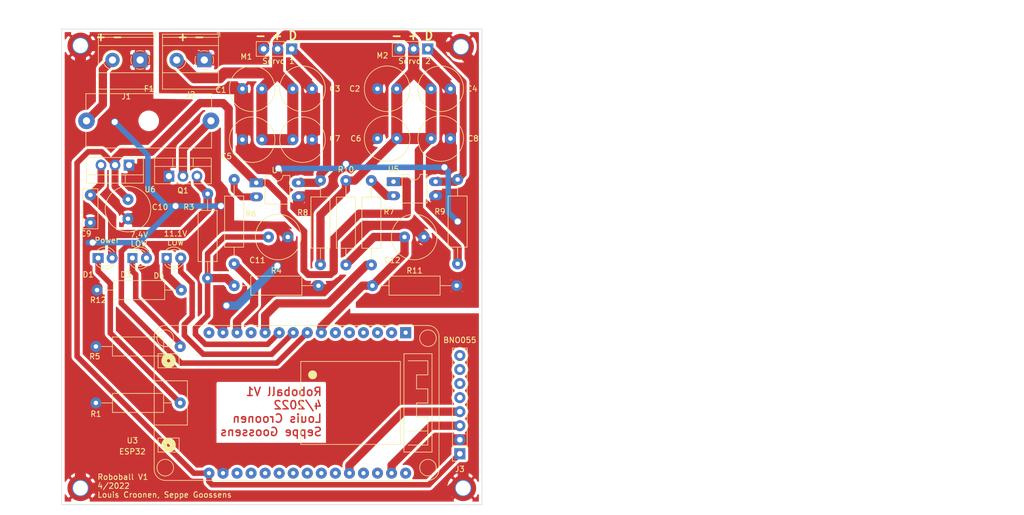
<source format=kicad_pcb>
(kicad_pcb (version 20211014) (generator pcbnew)
  (layers (0 "F.Cu" signal) (31 "B.Cu" signal) (34 "B.Paste" user) (35 "F.Paste" user) (36 "B.SilkS" user "B.Silkscreen") (37 "F.SilkS" user "F.Silkscreen") (38 "B.Mask" user) (39 "F.Mask" user) (44 "Edge.Cuts" user))
  (net 0 "")
  (net 1 "GND2")
  (net 2 "/6V")
  (net 3 "GND")
  (net 4 "+7.5V")
  (net 5 "+3V3")
  (net 6 "/BATLVL_7.4")
  (net 7 "/BATLVL_11.1")
  (net 8 "Net-(D1-Pad1)")
  (net 9 "/LVL_LED_7.4")
  (net 10 "Net-(D3-Pad1)")
  (net 11 "/LVL_LED_11.1")
  (net 12 "Net-(D4-Pad1)")
  (net 13 "Net-(F1-Pad2)")
  (net 14 "Net-(F1-Pad1)")
  (net 15 "/RESET")
  (net 16 "/BOOT")
  (net 17 "/INT")
  (net 18 "/ADD")
  (net 19 "/SDA")
  (net 20 "/SCL")
  (net 21 "/Servo1_DPIN")
  (net 22 "/Servo2_DPIN")
  (net 23 "/Servo1")
  (net 24 "Net-(R6-Pad1)")
  (net 25 "/Servo2")
  (net 26 "Net-(R7-Pad1)")
  (net 27 "Net-(U3-Pad28)")
  (net 28 "Net-(U3-Pad27)")
  (net 29 "Net-(U3-Pad25)")
  (net 30 "Net-(U3-Pad24)")
  (net 31 "Net-(U3-Pad23)")
  (net 32 "Net-(U3-Pad22)")
  (net 33 "Net-(U3-Pad21)")
  (net 34 "Net-(U3-Pad20)")
  (net 35 "Net-(U3-Pad19)")
  (net 36 "Net-(U3-Pad18)")
  (net 37 "Net-(U3-Pad15)")
  (net 38 "Net-(U3-Pad12)")
  (net 39 "Net-(U3-Pad6)")
  (net 40 "Net-(U3-Pad5)")
  (net 41 "Net-(U3-Pad4)")
  (net 42 "Net-(U3-Pad3)")
  (net 43 "Net-(U3-Pad2)")
  (net 44 "Net-(U3-Pad1)")
  (footprint "Capacitor_THT:C_Radial_D8.0mm_H11.5mm_P3.50mm" (layer "F.Cu") (at 141.8 50.4 180)
    (fp_text reference "C1" (at 7.4 -0.2) (layer "F.SilkS"))
    (fp_text value "220uF")
    (pad "1" thru_hole circle locked (at 0 0 180) (size 2 2) (drill 0.8) (layers *.Cu *.Mask) (net 2 "/6V"))
    (pad "2" thru_hole circle locked (at 3.5 0 180) (size 2 2) (drill 0.8) (layers *.Cu *.Mask) (net 1 "GND2"))
  )
  (footprint "Capacitor_THT:C_Radial_D8.0mm_H11.5mm_P3.50mm" (layer "F.Cu") (at 166.2 50.4 180)
    (fp_text reference "C2" (at 7.6 0) (layer "F.SilkS"))
    (fp_text value "220uF")
    (pad "1" thru_hole circle locked (at 0 0 180) (size 2 2) (drill 0.8) (layers *.Cu *.Mask) (net 2 "/6V"))
    (pad "2" thru_hole circle locked (at 3.5 0 180) (size 2 2) (drill 0.8) (layers *.Cu *.Mask) (net 1 "GND2"))
  )
  (footprint "Capacitor_THT:C_Radial_D8.0mm_H11.5mm_P3.50mm" (layer "F.Cu") (at 147.4 50.4)
    (fp_text reference "C3" (at 7.6 0) (layer "F.SilkS"))
    (fp_text value "220uF")
    (pad "1" thru_hole circle locked (at 0 0) (size 2 2) (drill 0.8) (layers *.Cu *.Mask) (net 2 "/6V"))
    (pad "2" thru_hole circle locked (at 3.5 0) (size 2 2) (drill 0.8) (layers *.Cu *.Mask) (net 1 "GND2"))
  )
  (footprint "Capacitor_THT:C_Radial_D8.0mm_H11.5mm_P3.50mm" (layer "F.Cu") (at 172.4 50.4)
    (fp_text reference "C4" (at 7.4 0) (layer "F.SilkS"))
    (fp_text value "220uF")
    (pad "1" thru_hole circle locked (at 0 0) (size 2 2) (drill 0.8) (layers *.Cu *.Mask) (net 2 "/6V"))
    (pad "2" thru_hole circle locked (at 3.5 0) (size 2 2) (drill 0.8) (layers *.Cu *.Mask) (net 1 "GND2"))
  )
  (footprint "Capacitor_THT:C_Radial_D8.0mm_H11.5mm_P3.50mm" (layer "F.Cu") (at 141.8 59.6 180)
    (fp_text reference "C5" (at 6.4 -3) (layer "F.SilkS"))
    (fp_text value "220uF")
    (pad "1" thru_hole circle locked (at 0 0 180) (size 2 2) (drill 0.8) (layers *.Cu *.Mask) (net 2 "/6V"))
    (pad "2" thru_hole circle locked (at 3.5 0 180) (size 2 2) (drill 0.8) (layers *.Cu *.Mask) (net 1 "GND2"))
  )
  (footprint "Capacitor_THT:C_Radial_D8.0mm_H11.5mm_P3.50mm" (layer "F.Cu") (at 166.2 59.4 180)
    (fp_text reference "C6" (at 7.4 0) (layer "F.SilkS"))
    (fp_text value "220uF")
    (pad "1" thru_hole circle locked (at 0 0 180) (size 2 2) (drill 0.8) (layers *.Cu *.Mask) (net 2 "/6V"))
    (pad "2" thru_hole circle locked (at 3.5 0 180) (size 2 2) (drill 0.8) (layers *.Cu *.Mask) (net 1 "GND2"))
  )
  (footprint "Capacitor_THT:C_Radial_D8.0mm_H11.5mm_P3.50mm" (layer "F.Cu") (at 147.4 59.6)
    (fp_text reference "C7" (at 7.6 -0.2) (layer "F.SilkS"))
    (fp_text value "220uF")
    (pad "1" thru_hole circle locked (at 0 0) (size 2 2) (drill 0.8) (layers *.Cu *.Mask) (net 2 "/6V"))
    (pad "2" thru_hole circle locked (at 3.5 0) (size 2 2) (drill 0.8) (layers *.Cu *.Mask) (net 1 "GND2"))
  )
  (footprint "Capacitor_THT:C_Radial_D8.0mm_H11.5mm_P3.50mm" (layer "F.Cu") (at 172.4 59.4)
    (fp_text reference "C8" (at 7.6 0) (layer "F.SilkS"))
    (fp_text value "220uF")
    (pad "1" thru_hole circle locked (at 0 0) (size 2 2) (drill 0.8) (layers *.Cu *.Mask) (net 2 "/6V"))
    (pad "2" thru_hole circle locked (at 3.5 0) (size 2 2) (drill 0.8) (layers *.Cu *.Mask) (net 1 "GND2"))
  )
  (footprint "Capacitor_THT:C_Disc_D7.0mm_W2.5mm_P5.00mm" (layer "F.Cu") (at 110.8 69.6 -90)
    (fp_text reference "C9" (at 7 0.8 180) (layer "F.SilkS"))
    (fp_text value "100nF")
    (pad "1" thru_hole circle locked (at 0 0 270) (size 2 2) (drill 0.8) (layers *.Cu *.Mask) (net 4 "+7.5V"))
    (pad "2" thru_hole circle locked (at 5 0 270) (size 2 2) (drill 0.8) (layers *.Cu *.Mask) (net 3 "GND"))
  )
  (footprint "Capacitor_THT:C_Radial_D8.0mm_H11.5mm_P3.50mm" (layer "F.Cu") (at 117.6 70.4 -90)
    (fp_text reference "C10" (at 1.4 -5.8 180) (layer "F.SilkS"))
    (fp_text value "10uF")
    (pad "1" thru_hole circle locked (at 0 0 270) (size 2 2) (drill 0.8) (layers *.Cu *.Mask) (net 5 "+3V3"))
    (pad "2" thru_hole circle locked (at 3.5 0 270) (size 2 2) (drill 0.8) (layers *.Cu *.Mask) (net 3 "GND"))
  )
  (footprint "Capacitor_THT:C_Radial_D8.0mm_H11.5mm_P3.50mm" (layer "F.Cu") (at 143 77.2)
    (fp_text reference "C11" (at -2 4.2) (layer "F.SilkS"))
    (fp_text value "100nF")
    (pad "1" thru_hole circle locked (at 0 0) (size 2 2) (drill 0.8) (layers *.Cu *.Mask) (net 6 "/BATLVL_7.4"))
    (pad "2" thru_hole circle locked (at 3.5 0) (size 2 2) (drill 0.8) (layers *.Cu *.Mask) (net 3 "GND"))
  )
  (footprint "Capacitor_THT:C_Radial_D8.0mm_H11.5mm_P3.50mm" (layer "F.Cu") (at 167.6 77.2)
    (fp_text reference "C12" (at -2.2 4.2) (layer "F.SilkS"))
    (fp_text value "100nF")
    (pad "1" thru_hole circle locked (at 0 0) (size 2 2) (drill 0.8) (layers *.Cu *.Mask) (net 7 "/BATLVL_11.1"))
    (pad "2" thru_hole circle locked (at 3.5 0) (size 2 2) (drill 0.8) (layers *.Cu *.Mask) (net 1 "GND2"))
  )
  (footprint "LED_THT:LED_D3.0mm_Clear" (layer "F.Cu") (at 112.2 81)
    (fp_text reference "D1" (at -1.8 3) (layer "F.SilkS"))
    (fp_text value "LED")
    (pad "1" thru_hole rect locked (at 0 0) (size 2 1.8) (drill 0.9) (layers *.Cu *.Mask) (net 8 "Net-(D1-Pad1)"))
    (pad "2" thru_hole circle locked (at 2.54 0) (size 2 2) (drill 0.9) (layers *.Cu *.Mask) (net 4 "+7.5V"))
  )
  (footprint "LED_THT:LED_D3.0mm_Clear" (layer "F.Cu") (at 118.4 81)
    (fp_text reference "D3" (at -1.2 3) (layer "F.SilkS"))
    (fp_text value "LED")
    (pad "1" thru_hole rect locked (at 0 0) (size 1.8 1.8) (drill 0.9) (layers *.Cu *.Mask) (net 10 "Net-(D3-Pad1)"))
    (pad "2" thru_hole circle locked (at 2.54 0) (size 2 2) (drill 0.9) (layers *.Cu *.Mask) (net 9 "/LVL_LED_7.4"))
  )
  (footprint "LED_THT:LED_D3.0mm_Clear" (layer "F.Cu") (at 124.6 81)
    (fp_text reference "D4" (at -1.4 3.2) (layer "F.SilkS"))
    (fp_text value "LED")
    (pad "1" thru_hole rect locked (at 0 0) (size 1.8 1.8) (drill 0.9) (layers *.Cu *.Mask) (net 12 "Net-(D4-Pad1)"))
    (pad "2" thru_hole circle locked (at 2.54 0) (size 2 2) (drill 0.9) (layers *.Cu *.Mask) (net 11 "/LVL_LED_11.1"))
  )
  (footprint "Fuse:Fuseholder_Cylinder-5x20mm_Schurter_0031_8201_Horizontal_Open" (layer "F.Cu") (at 132.6 56.2 180)
    (fp_text reference "F1" hide)
    (fp_text value "Fuse")
    (fp_text user "${REFERENCE}" (at 11.2 5.8) (layer "F.SilkS"))
    (pad "" np_thru_hole circle locked (at 11.25 0 180) (size 2.7 2.7) (drill 2.7) (layers *.Cu *.Mask))
    (pad "1" thru_hole circle locked (at 0 0 180) (size 3 3) (drill 1.3) (layers *.Cu *.Mask) (net 14 "Net-(F1-Pad1)"))
    (pad "2" thru_hole circle locked (at 22.5 0 180) (size 3 3) (drill 1.3) (layers *.Cu *.Mask) (net 13 "Net-(F1-Pad2)"))
  )
  (footprint "Connector_PinHeader_2.54mm:PinHeader_1x03_P2.54mm_Vertical" (layer "F.Cu") (at 147.2 43.2 -90)
    (fp_text reference "M1" (at 1.4 8.2 180) (layer "F.SilkS"))
    (fp_text value "Servo 1" (at 2.2 2.4 180) (layer "F.SilkS"))
    (pad "1" thru_hole rect locked (at 0 0 270) (size 2 2) (drill 1) (layers *.Cu *.Mask) (net 21 "/Servo1_DPIN"))
    (pad "2" thru_hole oval locked (at 0 2.54 270) (size 2 2) (drill 1) (layers *.Cu *.Mask) (net 2 "/6V"))
    (pad "3" thru_hole oval locked (at 0 5.08 270) (size 2 2) (drill 1) (layers *.Cu *.Mask) (net 1 "GND2"))
  )
  (footprint "Connector_PinHeader_2.54mm:PinHeader_1x03_P2.54mm_Vertical" (layer "F.Cu") (at 171.8 43.2 -90)
    (fp_text reference "M2" (at 1.2 8.2 180) (layer "F.SilkS"))
    (fp_text value "Servo 2" (at 2.2 2.4 180) (layer "F.SilkS"))
    (pad "1" thru_hole rect locked (at 0 0 270) (size 2 2) (drill 1) (layers *.Cu *.Mask) (net 22 "/Servo2_DPIN"))
    (pad "2" thru_hole oval locked (at 0 2.54 270) (size 2 2) (drill 1) (layers *.Cu *.Mask) (net 2 "/6V"))
    (pad "3" thru_hole oval locked (at 0 5.08 270) (size 2 2) (drill 1) (layers *.Cu *.Mask) (net 1 "GND2"))
  )
  (footprint "Package_TO_SOT_THT:TO-220-3_Vertical" (layer "F.Cu") (at 125 66.2)
    (fp_text reference "Q1" (at 2.54 2.6) (layer "F.SilkS"))
    (fp_text value "IRF9540N")
    (pad "1" thru_hole rect locked (at 0 0) (size 1.905 2) (drill 1.1) (layers *.Cu *.Mask) (net 3 "GND"))
    (pad "2" thru_hole oval locked (at 2.54 0) (size 1.905 2) (drill 1.1) (layers *.Cu *.Mask) (net 14 "Net-(F1-Pad1)"))
    (pad "3" thru_hole oval locked (at 5.08 0) (size 1.905 2) (drill 1.1) (layers *.Cu *.Mask) (net 4 "+7.5V"))
  )
  (footprint "Resistor_THT:R_Axial_DIN0309_L9.0mm_D3.2mm_P15.24mm_Horizontal" (layer "F.Cu") (at 111.8 107.2)
    (fp_text reference "R1" (at 0 2 180) (layer "F.SilkS"))
    (fp_text value "720")
    (pad "1" thru_hole circle locked (at 0 0) (size 2 2) (drill 0.8) (layers *.Cu *.Mask) (net 3 "GND"))
    (pad "2" thru_hole oval locked (at 15.24 0) (size 2 2) (drill 0.8) (layers *.Cu *.Mask) (net 8 "Net-(D1-Pad1)"))
  )
  (footprint "Resistor_THT:R_Axial_DIN0309_L9.0mm_D3.2mm_P15.24mm_Horizontal" (layer "F.Cu") (at 132 69.4 -90)
    (fp_text reference "R3" (at 2.4 3.4 180) (layer "F.SilkS"))
    (fp_text value "2.7M")
    (pad "1" thru_hole circle locked (at 0 0 270) (size 2 2) (drill 0.8) (layers *.Cu *.Mask) (net 4 "+7.5V"))
    (pad "2" thru_hole oval locked (at 15.24 0 270) (size 2 2) (drill 0.8) (layers *.Cu *.Mask) (net 6 "/BATLVL_7.4"))
  )
  (footprint "Resistor_THT:R_Axial_DIN0309_L9.0mm_D3.2mm_P15.24mm_Horizontal" (layer "F.Cu") (at 136.8 86)
    (fp_text reference "R4" (at 7.62 -2.72) (layer "F.SilkS"))
    (fp_text value "2.2M")
    (pad "1" thru_hole circle locked (at 0 0) (size 2 2) (drill 0.8) (layers *.Cu *.Mask) (net 6 "/BATLVL_7.4"))
    (pad "2" thru_hole oval locked (at 15.24 0) (size 2 2) (drill 0.8) (layers *.Cu *.Mask) (net 3 "GND"))
  )
  (footprint "Resistor_THT:R_Axial_DIN0309_L9.0mm_D3.2mm_P15.24mm_Horizontal" (layer "F.Cu") (at 111.8 97)
    (fp_text reference "R5" (at -0.2 1.8) (layer "F.SilkS"))
    (fp_text value "720")
    (pad "1" thru_hole circle locked (at 0 0) (size 2 2) (drill 0.8) (layers *.Cu *.Mask) (net 3 "GND"))
    (pad "2" thru_hole oval locked (at 15.24 0) (size 2 2) (drill 0.8) (layers *.Cu *.Mask) (net 10 "Net-(D3-Pad1)"))
  )
  (footprint "Resistor_THT:R_Axial_DIN0309_L9.0mm_D3.2mm_P15.24mm_Horizontal" (layer "F.Cu") (at 136.8 66.8 -90)
    (fp_text reference "R6" (at 6.2 -3 180) (layer "F.SilkS"))
    (fp_text value "470")
    (pad "1" thru_hole circle locked (at 0 0 270) (size 2 2) (drill 0.8) (layers *.Cu *.Mask) (net 24 "Net-(R6-Pad1)"))
    (pad "2" thru_hole oval locked (at 15.24 0 270) (size 2 2) (drill 0.8) (layers *.Cu *.Mask) (net 23 "/Servo1"))
  )
  (footprint "Resistor_THT:R_Axial_DIN0309_L9.0mm_D3.2mm_P15.24mm_Horizontal" (layer "F.Cu") (at 161.6 67 -90)
    (fp_text reference "R7" (at 5.6 -3.2 180) (layer "F.SilkS"))
    (fp_text value "470")
    (pad "1" thru_hole circle locked (at 0 0 270) (size 2 2) (drill 0.8) (layers *.Cu *.Mask) (net 26 "Net-(R7-Pad1)"))
    (pad "2" thru_hole oval locked (at 15.24 0 270) (size 2 2) (drill 0.8) (layers *.Cu *.Mask) (net 25 "/Servo2"))
  )
  (footprint "Resistor_THT:R_Axial_DIN0309_L9.0mm_D3.2mm_P15.24mm_Horizontal" (layer "F.Cu") (at 152.4 82.2 90)
    (fp_text reference "R8" (at 9.4 -3.2 180) (layer "F.SilkS"))
    (fp_text value "1.2k")
    (pad "1" thru_hole circle locked (at 0 0 90) (size 2 2) (drill 0.8) (layers *.Cu *.Mask) (net 2 "/6V"))
    (pad "2" thru_hole oval locked (at 15.24 0 90) (size 2 2) (drill 0.8) (layers *.Cu *.Mask) (net 21 "/Servo1_DPIN"))
  )
  (footprint "Resistor_THT:R_Axial_DIN0309_L9.0mm_D3.2mm_P15.24mm_Horizontal" (layer "F.Cu") (at 177.2 82.04 90)
    (fp_text reference "R9" (at 9.44 -3.2 180) (layer "F.SilkS"))
    (fp_text value "1.2k")
    (pad "1" thru_hole circle locked (at 0 0 90) (size 2 2) (drill 0.8) (layers *.Cu *.Mask) (net 2 "/6V"))
    (pad "2" thru_hole oval locked (at 15.24 0 90) (size 2 2) (drill 0.8) (layers *.Cu *.Mask) (net 22 "/Servo2_DPIN"))
  )
  (footprint "Resistor_THT:R_Axial_DIN0309_L9.0mm_D3.2mm_P15.24mm_Horizontal" (layer "F.Cu") (at 157 67 -90)
    (fp_text reference "R10" (at -2 0 180) (layer "F.SilkS"))
    (fp_text value "2.7M")
    (pad "1" thru_hole circle locked (at 0 0 270) (size 2 2) (drill 0.8) (layers *.Cu *.Mask) (net 2 "/6V"))
    (pad "2" thru_hole oval locked (at 15.24 0 270) (size 2 2) (drill 0.8) (layers *.Cu *.Mask) (net 7 "/BATLVL_11.1"))
  )
  (footprint "Resistor_THT:R_Axial_DIN0309_L9.0mm_D3.2mm_P15.24mm_Horizontal" (layer "F.Cu") (at 161.8 86)
    (fp_text reference "R11" (at 7.62 -2.72) (layer "F.SilkS"))
    (fp_text value "3.3M")
    (pad "1" thru_hole circle locked (at 0 0) (size 2 2) (drill 0.8) (layers *.Cu *.Mask) (net 7 "/BATLVL_11.1"))
    (pad "2" thru_hole oval locked (at 15.24 0) (size 2 2) (drill 0.8) (layers *.Cu *.Mask) (net 1 "GND2"))
  )
  (footprint "Resistor_THT:R_Axial_DIN0309_L9.0mm_D3.2mm_P15.24mm_Horizontal" (layer "F.Cu") (at 112 86.8)
    (fp_text reference "R12" (at 0.2 1.8) (layer "F.SilkS"))
    (fp_text value "720")
    (pad "1" thru_hole circle locked (at 0 0) (size 2 2) (drill 0.8) (layers *.Cu *.Mask) (net 3 "GND"))
    (pad "2" thru_hole oval locked (at 15.24 0) (size 2 2) (drill 0.8) (layers *.Cu *.Mask) (net 12 "Net-(D4-Pad1)"))
  )
  (footprint "esp32_devkit_v1_doit:esp32_devkit_v1_doit" (layer "F.Cu") (at 167.8 107.2 -90)
    (fp_text reference "U3" (at 6.8 49.4 180) (layer "F.SilkS"))
    (fp_text value "ESP32_DevKit_V1_DOIT")
    (pad "1" thru_hole rect locked (at -12.7 0 270) (size 2 2) (drill 0.762) (layers *.Cu *.Mask) (net 44 "Net-(U3-Pad1)"))
    (pad "2" thru_hole circle locked (at -12.7 2.54 270) (size 2 2) (drill 0.762) (layers *.Cu *.Mask) (net 43 "Net-(U3-Pad2)"))
    (pad "3" thru_hole circle locked (at -12.7 5.08 270) (size 2 2) (drill 0.762) (layers *.Cu *.Mask) (net 42 "Net-(U3-Pad3)"))
    (pad "4" thru_hole circle locked (at -12.7 7.62 270) (size 2 2) (drill 0.762) (layers *.Cu *.Mask) (net 41 "Net-(U3-Pad4)"))
    (pad "5" thru_hole circle locked (at -12.7 10.16 270) (size 2 2) (drill 0.762) (layers *.Cu *.Mask) (net 40 "Net-(U3-Pad5)"))
    (pad "6" thru_hole circle locked (at -12.7 12.7 270) (size 2 2) (drill 0.762) (layers *.Cu *.Mask) (net 39 "Net-(U3-Pad6)"))
    (pad "7" thru_hole circle locked (at -12.7 15.24 270) (size 2 2) (drill 0.762) (layers *.Cu *.Mask) (net 7 "/BATLVL_11.1"))
    (pad "8" thru_hole circle locked (at -12.7 17.78 270) (size 2 2) (drill 0.762) (layers *.Cu *.Mask) (net 9 "/LVL_LED_7.4"))
    (pad "9" thru_hole circle locked (at -12.7 20.32 270) (size 2 2) (drill 0.762) (layers *.Cu *.Mask) (net 11 "/LVL_LED_11.1"))
    (pad "10" thru_hole circle locked (at -12.7 22.86 270) (size 2 2) (drill 0.762) (layers *.Cu *.Mask) (net 6 "/BATLVL_7.4"))
    (pad "11" thru_hole circle locked (at -12.7 25.4 270) (size 2 2) (drill 0.762) (layers *.Cu *.Mask) (net 25 "/Servo2"))
    (pad "12" thru_hole circle locked (at -12.7 27.94 270) (size 2 2) (drill 0.762) (layers *.Cu *.Mask) (net 38 "Net-(U3-Pad12)"))
    (pad "13" thru_hole circle locked (at -12.7 30.48 270) (size 2 2) (drill 0.762) (layers *.Cu *.Mask) (net 23 "/Servo1"))
    (pad "14" thru_hole circle locked (at -12.7 33.02 270) (size 2 2) (drill 0.762) (layers *.Cu *.Mask) (net 3 "GND"))
    (pad "15" thru_hole circle locked (at -12.7 35.56 270) (size 2 2) (drill 0.762) (layers *.Cu *.Mask) (net 37 "Net-(U3-Pad15)"))
    (pad "16" thru_hole circle locked (at 12.7 35.56 270) (size 2 2) (drill 0.762) (layers *.Cu *.Mask) (net 5 "+3V3"))
    (pad "17" thru_hole circle locked (at 12.7 33.02 270) (size 2 2) (drill 0.762) (layers *.Cu *.Mask) (net 3 "GND"))
    (pad "18" thru_hole circle locked (at 12.7 30.48 270) (size 2 2) (drill 0.762) (layers *.Cu *.Mask) (net 36 "Net-(U3-Pad18)"))
    (pad "19" thru_hole circle locked (at 12.7 27.94 270) (size 2 2) (drill 0.762) (layers *.Cu *.Mask) (net 35 "Net-(U3-Pad19)"))
    (pad "20" thru_hole circle locked (at 12.7 25.4 270) (size 2 2) (drill 0.762) (layers *.Cu *.Mask) (net 34 "Net-(U3-Pad20)"))
    (pad "21" thru_hole circle locked (at 12.7 22.86 270) (size 2 2) (drill 0.762) (layers *.Cu *.Mask) (net 33 "Net-(U3-Pad21)"))
    (pad "22" thru_hole circle locked (at 12.7 20.32 270) (size 2 2) (drill 0.762) (layers *.Cu *.Mask) (net 32 "Net-(U3-Pad22)"))
    (pad "23" thru_hole circle locked (at 12.7 17.78 270) (size 2 2) (drill 0.762) (layers *.Cu *.Mask) (net 31 "Net-(U3-Pad23)"))
    (pad "24" thru_hole circle locked (at 12.7 15.24 270) (size 2 2) (drill 0.762) (layers *.Cu *.Mask) (net 30 "Net-(U3-Pad24)"))
    (pad "25" thru_hole circle locked (at 12.7 12.7 270) (size 2 2) (drill 0.762) (layers *.Cu *.Mask) (net 29 "Net-(U3-Pad25)"))
    (pad "26" thru_hole circle locked (at 12.7 10.16 270) (size 2 2) (drill 0.762) (layers *.Cu *.Mask) (net 19 "/SDA"))
    (pad "27" thru_hole circle locked (at 12.7 7.62 270) (size 2 2) (drill 0.762) (layers *.Cu *.Mask) (net 28 "Net-(U3-Pad27)"))
    (pad "28" thru_hole circle locked (at 12.7 5.08 270) (size 2 2) (drill 0.762) (layers *.Cu *.Mask) (net 27 "Net-(U3-Pad28)"))
    (pad "29" thru_hole circle locked (at 12.7 2.54 270) (size 2 2) (drill 0.762) (layers *.Cu *.Mask) (net 20 "/SCL"))
    (pad "30" thru_hole circle locked (at 12.7 0 270) (size 2 2) (drill 0.762) (layers *.Cu *.Mask))
  )
  (footprint "Package_DIP:DIP-4_W7.62mm_LongPads" (layer "F.Cu") (at 140.8 67.4)
    (fp_text reference "U4" (at 3.8 -2.25) (layer "F.SilkS"))
    (fp_text value "FOD817C")
    (pad "1" thru_hole rect locked (at 0 0) (size 2.4 1.6) (drill 0.8) (layers *.Cu *.Mask) (net 5 "+3V3"))
    (pad "2" thru_hole oval locked (at 0 2.54) (size 2.4 1.6) (drill 0.8) (layers *.Cu *.Mask) (net 24 "Net-(R6-Pad1)"))
    (pad "3" thru_hole oval locked (at 7.62 2.54) (size 2.4 1.6) (drill 0.8) (layers *.Cu *.Mask) (net 1 "GND2"))
    (pad "4" thru_hole oval locked (at 7.62 0) (size 2.4 1.6) (drill 0.8) (layers *.Cu *.Mask) (net 21 "/Servo1_DPIN"))
  )
  (footprint "Package_DIP:DIP-4_W7.62mm_LongPads" (layer "F.Cu") (at 165.6 67.2)
    (fp_text reference "U5" (at 0 -2.25) (layer "F.SilkS"))
    (fp_text value "FOD817C")
    (pad "1" thru_hole rect locked (at 0 0) (size 2.4 1.6) (drill 0.8) (layers *.Cu *.Mask) (net 5 "+3V3"))
    (pad "2" thru_hole oval locked (at 0 2.54) (size 2.4 1.6) (drill 0.8) (layers *.Cu *.Mask) (net 26 "Net-(R7-Pad1)"))
    (pad "3" thru_hole oval locked (at 7.62 2.54) (size 2.4 1.6) (drill 0.8) (layers *.Cu *.Mask) (net 1 "GND2"))
    (pad "4" thru_hole oval locked (at 7.62 0) (size 2.4 1.6) (drill 0.8) (layers *.Cu *.Mask) (net 22 "/Servo2_DPIN"))
  )
  (footprint "Package_TO_SOT_THT:TO-220-3_Vertical" (layer "F.Cu") (at 117.8 64.2 180)
    (fp_text reference "U6" (at -3.8 -4.4) (layer "F.SilkS"))
    (fp_text value "LD1117V33")
    (pad "1" thru_hole rect locked (at 0 0 180) (size 1.905 2) (drill 1.1) (layers *.Cu *.Mask) (net 3 "GND"))
    (pad "2" thru_hole oval locked (at 2.54 0 180) (size 1.905 2) (drill 1.1) (layers *.Cu *.Mask) (net 5 "+3V3"))
    (pad "3" thru_hole oval locked (at 5.08 0 180) (size 1.905 2) (drill 1.1) (layers *.Cu *.Mask) (net 4 "+7.5V"))
  )
  (footprint "Connector_PinSocket_2.54mm:PinSocket_1x08_P2.54mm_Vertical" (layer "F.Cu") (at 177.6 116.4 180)
    (fp_text reference "J3" (at 0 -2.77) (layer "F.SilkS"))
    (fp_text value "BNO055" (at 0 20.55) (layer "F.SilkS"))
    (pad "1" thru_hole rect locked (at 0 0 180) (size 2 2) (drill 1) (layers *.Cu *.Mask) (net 5 "+3V3"))
    (pad "2" thru_hole oval locked (at 0 2.54 180) (size 2 2) (drill 1) (layers *.Cu *.Mask) (net 3 "GND"))
    (pad "3" thru_hole oval locked (at 0 5.08 180) (size 2 2) (drill 1) (layers *.Cu *.Mask) (net 20 "/SCL"))
    (pad "4" thru_hole oval locked (at 0 7.62 180) (size 2 2) (drill 1) (layers *.Cu *.Mask) (net 19 "/SDA"))
    (pad "5" thru_hole oval locked (at 0 10.16 180) (size 2 2) (drill 1) (layers *.Cu *.Mask) (net 18 "/ADD"))
    (pad "6" thru_hole oval locked (at 0 12.7 180) (size 2 2) (drill 1) (layers *.Cu *.Mask) (net 17 "/INT"))
    (pad "7" thru_hole oval locked (at 0 15.24 180) (size 2 2) (drill 1) (layers *.Cu *.Mask) (net 16 "/BOOT"))
    (pad "8" thru_hole oval locked (at 0 17.78 180) (size 2 2) (drill 1) (layers *.Cu *.Mask) (net 15 "/RESET"))
  )
  (footprint "MountingHole:MountingHole_2.7mm_M2.5_DIN965_Pad_TopOnly" (layer "F.Cu") (at 177.8 42.8)
    (fp_text reference "M_Hole2" hide)
    (fp_text value "MountingHole_2.7mm_M2.5_DIN965_Pad_TopOnly")
    (pad "1" thru_hole circle locked (at 0 0) (size 3.1 3.1) (drill 2.7) (layers *.Cu *.Mask) (net 1 "GND2"))
    (pad "1" connect circle locked (at 0 0) (size 4.7 4.7) (layers "F.Cu" "F.Mask") (net 1 "GND2"))
  )
  (footprint "MountingHole:MountingHole_2.7mm_M2.5_DIN965_Pad_TopOnly" (layer "F.Cu") (at 109 42.6)
    (fp_text reference "M_Hole1" hide)
    (fp_text value "MountingHole_2.7mm_M2.5_DIN965_Pad_TopOnly")
    (pad "1" thru_hole circle locked (at 0 0) (size 3.1 3.1) (drill 2.7) (layers *.Cu *.Mask) (net 3 "GND"))
    (pad "1" connect circle locked (at 0 0) (size 4.7 4.7) (layers "F.Cu" "F.Mask") (net 3 "GND"))
  )
  (footprint "MountingHole:MountingHole_2.7mm_M2.5_DIN965_Pad_TopOnly" (layer "F.Cu") (at 109 122.6)
    (fp_text reference "M_Hole3" hide)
    (fp_text value "MountingHole_2.7mm_M2.5_DIN965_Pad_TopOnly")
    (pad "1" thru_hole circle locked (at 0 0) (size 3.1 3.1) (drill 2.7) (layers *.Cu *.Mask) (net 3 "GND"))
    (pad "1" connect circle locked (at 0 0) (size 4.7 4.7) (layers "F.Cu" "F.Mask") (net 3 "GND"))
  )
  (footprint "MountingHole:MountingHole_2.7mm_M2.5_DIN965_Pad_TopOnly" (layer "F.Cu") (at 178.2 122.6)
    (fp_text reference "M_Hole4" hide)
    (fp_text value "MountingHole_2.7mm_M2.5_DIN965_Pad_TopOnly")
    (pad "1" thru_hole circle locked (at 0 0) (size 3.1 3.1) (drill 2.7) (layers *.Cu *.Mask) (net 3 "GND"))
    (pad "1" connect circle locked (at 0 0) (size 4.7 4.7) (layers "F.Cu" "F.Mask") (net 3 "GND"))
  )
  (footprint "TerminalBlock_Phoenix:TerminalBlock_Phoenix_MKDS-1,5-2_1x02_P5.00mm_Horizontal" (layer "F.Cu") (at 119.8 45.2 180)
    (fp_text reference "J1" (at 2.5 -6.6) (layer "F.SilkS"))
    (fp_text value "TerminalBlock_Phoenix_MKDS-1,5-2_1x02_P5.00mm_Horizontal" hide)
    (pad "1" thru_hole rect locked (at 0 0 180) (size 2.6 2.6) (drill 1.3) (layers *.Cu *.Mask) (net 3 "GND"))
    (pad "2" thru_hole circle locked (at 5 0 180) (size 2.6 2.6) (drill 1.3) (layers *.Cu *.Mask) (net 13 "Net-(F1-Pad2)"))
  )
  (footprint "TerminalBlock_Phoenix:TerminalBlock_Phoenix_MKDS-1,5-2_1x02_P5.00mm_Horizontal" (layer "F.Cu") (at 131.4 45.2 180)
    (fp_text reference "J2" (at 2.5 -6.26) (layer "F.SilkS"))
    (fp_text value "TerminalBlock_Phoenix_MKDS-1,5-2_1x02_P5.00mm_Horizontal" hide)
    (pad "1" thru_hole rect locked (at 0 0 180) (size 2.6 2.6) (drill 1.3) (layers *.Cu *.Mask) (net 1 "GND2"))
    (pad "2" thru_hole circle locked (at 5 0 180) (size 2.6 2.6) (drill 1.3) (layers *.Cu *.Mask) (net 2 "/6V"))
  )
  (footprint "" (layer "F.Cu") (at 113.8 40.6)
    (fp_text reference "" (at 165.6 69.8) (layer "F.SilkS") (effects (font (size 1.27 1.27))))
    (fp_text value "" (at 165.6 69.8) (layer "F.SilkS") (effects (font (size 1.27 1.27))))
  )
  (gr_line (start 181.6 125.6) (end 181.6 39.6) (layer "Edge.Cuts") (width 0.1))
  (gr_line (start 181.6 39.6) (end 105.6 39.6) (layer "Edge.Cuts") (width 0.1))
  (gr_line (start 105.6 125.6) (end 181.6 125.6) (layer "Edge.Cuts") (width 0.1))
  (gr_line (start 105.6 39.6) (end 105.6 125.6) (layer "Edge.Cuts") (width 0.1))
  (gr_text "Roboball V1\n4/2022\nLouis Croonen\nSeppe Goossens" (at 152.8 108.8) (layer "F.Cu") (effects (font (size 1.5 1.5) (thickness 0.25)) (justify left mirror)))
  (gr_text "+ -" (at 129 41) (layer "F.SilkS") (effects (font (size 1.5 1.5) (thickness 0.3))))
  (gr_text "- + D" (at 144.4 40.8) (layer "F.SilkS") (effects (font (size 1.5 1.5) (thickness 0.3))))
  (gr_text "- + D" (at 169 40.8) (layer "F.SilkS") (effects (font (size 1.5 1.5) (thickness 0.3))))
  (gr_text "+ -" (at 114.2 41) (layer "F.SilkS") (effects (font (size 1.5 1.5) (thickness 0.3))))
  (gr_text "Roboball V1\n4/2022\nLouis Croonen, Seppe Goossens" (at 112 122.2) (layer "F.SilkS") (effects (font (size 1 1)) (justify left)))
  (gr_text "Power" (at 113.8 77.8) (layer "F.SilkS") (effects (font (size 1 1))))
  (gr_text "ESP32" (at 118.4 116) (layer "F.SilkS") (effects (font (size 1 1))))
  (gr_text "7.4V\nLOW" (at 119.6 77.6) (layer "F.SilkS") (effects (font (size 1 1))))
  (gr_text "11.1V\nLOW" (at 126.2 77.4) (layer "F.SilkS") (effects (font (size 1 1))))
  (segment (start 138.3 59.6) (end 138.3 60.9) (width 2) (layer "F.Cu") (net 1))
  (segment (start 177.04 86) (end 176 86) (width 2) (layer "F.Cu") (net 1))
  (segment (start 162.7 50.4) (end 161.2 50.4) (width 2) (layer "F.Cu") (net 1))
  (segment (start 173.22 69.74) (end 173.22 69.82) (width 2) (layer "F.Cu") (net 1))
  (segment (start 171.1 77.1) (end 170.2 76.2) (width 2) (layer "F.Cu") (net 1))
  (segment (start 166.72 43.2) (end 166.72 43.88) (width 2) (layer "F.Cu") (net 1))
  (segment (start 173.22 69.82) (end 174.4 71) (width 2) (layer "F.Cu") (net 1))
  (segment (start 162.7 59.4) (end 162.7 57.9) (width 2) (layer "F.Cu") (net 1))
  (segment (start 142.12 43.2) (end 142.12 42.72) (width 2) (layer "F.Cu") (net 1))
  (segment (start 130.6 45.2) (end 129.6 44.2) (width 2) (layer "F.Cu") (net 1))
  (segment (start 138.3 59.6) (end 138.3 58.1) (width 2) (layer "F.Cu") (net 1))
  (segment (start 148.42 69.94) (end 149.86 69.94) (width 2) (layer "F.Cu") (net 1))
  (segment (start 131.4 45.2) (end 131.4 44) (width 2) (layer "F.Cu") (net 1))
  (segment (start 177.8 43.6) (end 179.6 45.4) (width 2) (layer "F.Cu") (net 1))
  (segment (start 173.22 69.74) (end 175.34 69.74) (width 2) (layer "F.Cu") (net 1))
  (segment (start 138.3 50.4) (end 138.3 51.7) (width 2) (layer "F.Cu") (net 1))
  (segment (start 171.1 77.5) (end 172 78.4) (width 2) (layer "F.Cu") (net 1))
  (segment (start 131.4 45.2) (end 130.4 45.2) (width 2) (layer "F.Cu") (net 1))
  (segment (start 142.12 42.72) (end 141.2 41.8) (width 2) (layer "F.Cu") (net 1))
  (segment (start 148.42 69.94) (end 148.42 71.02) (width 2) (layer "F.Cu") (net 1))
  (segment (start 175.9 50.4) (end 174.8 49.3) (width 2) (layer "F.Cu") (net 1))
  (segment (start 177.8 42.8) (end 175.6 42.8) (width 2) (layer "F.Cu") (net 1))
  (segment (start 177.04 86) (end 177.04 84.84) (width 2) (layer "F.Cu") (net 1))
  (segment (start 177.04 86) (end 178.6 86) (width 2) (layer "F.Cu") (net 1))
  (segment (start 175.9 59.4) (end 175.9 57.9) (width 2) (layer "F.Cu") (net 1))
  (segment (start 162.7 50.4) (end 162.7 48.9) (width 2) (layer "F.Cu") (net 1))
  (segment (start 138.3 50.4) (end 137.2 50.4) (width 2) (layer "F.Cu") (net 1))
  (segment (start 177.04 86) (end 177.04 86.96) (width 2) (layer "F.Cu") (net 1))
  (segment (start 166.72 43.2) (end 164.6 43.2) (width 2) (layer "F.Cu") (net 1))
  (segment (start 175.9 50.4) (end 175.9 52.1) (width 2) (layer "F.Cu") (net 1))
  (segment (start 150.9 59.6) (end 150.9 60.9) (width 2) (layer "F.Cu") (net 1))
  (segment (start 171.1 77.2) (end 171.1 77.5) (width 2) (layer "F.Cu") (net 1))
  (segment (start 142.12 43.2) (end 141.12 44.2) (width 2) (layer "F.Cu") (net 1))
  (segment (start 177.8 42.8) (end 177.8 43.6) (width 2) (layer "F.Cu") (net 1))
  (segment (start 166.72 43.2) (end 165.6 44.32) (width 2) (layer "F.Cu") (net 1))
  (segment (start 162.7 51.1) (end 162.7 50.4) (width 2) (layer "F.Cu") (net 1))
  (segment (start 150.9 50.4) (end 150.9 51.5) (width 2) (layer "F.Cu") (net 1))
  (segment (start 150.9 50.4) (end 149.8 49.3) (width 2) (layer "F.Cu") (net 1))
  (segment (start 162.7 59.4) (end 161 59.4) (width 2) (layer "F.Cu") (net 1))
  (segment (start 131.4 45.2) (end 130.6 45.2) (width 2) (layer "F.Cu") (net 1))
  (segment (start 142.12 43.2) (end 140.4 43.2) (width 2) (layer "F.Cu") (net 1))
  (segment (start 175.9 59.4) (end 175.9 60.5) (width 2) (layer "F.Cu") (net 1))
  (segment (start 171.1 77.2) (end 171.1 77.1) (width 2) (layer "F.Cu") (net 1))
  (segment (start 150.9 59.6) (end 150.9 58.1) (width 2) (layer "F.Cu") (net 1))
  (segment (start 131.4 45.2) (end 133 45.2) (width 2) (layer "F.Cu") (net 1))
  (segment (start 173.22 69.74) (end 173.22 70.42) (width 2) (layer "F.Cu") (net 1))
  (via (at 157 64) (size 1.4) (drill 1.1) (layers "F.Cu" "B.Cu") (net 1))
  (via (at 144.8 64.8) (size 1.4) (drill 1.1) (layers "F.Cu" "B.Cu") (net 1))
  (via (at 177.2 74.4) (size 1.4) (drill 1.1) (layers "F.Cu" "B.Cu") (net 1))
  (via (at 174.8 64.6) (size 1.4) (drill 1.1) (layers "F.Cu" "B.Cu") (net 1))
  (segment (start 156.2 64.8) (end 157 64) (width 1) (layer "B.Cu") (net 1))
  (segment (start 174.8 64.6) (end 157.6 64.6) (width 1) (layer "B.Cu") (net 1))
  (segment (start 175.499999 72.699999) (end 177.2 74.4) (width 1) (layer "B.Cu") (net 1))
  (segment (start 174.8 64.6) (end 175.499999 65.299999) (width 1) (layer "B.Cu") (net 1))
  (segment (start 157.6 64.6) (end 157 64) (width 1) (layer "B.Cu") (net 1))
  (segment (start 144.8 64.8) (end 156.2 64.8) (width 1) (layer "B.Cu") (net 1))
  (segment (start 175.499999 65.299999) (end 175.499999 72.699999) (width 1) (layer "B.Cu") (net 1))
  (segment (start 166.2 59.4) (end 166.2 50.4) (width 2) (layer "F.Cu") (net 2))
  (segment (start 166.2 59.4) (end 158.6 67) (width 1.5) (layer "F.Cu") (net 2))
  (segment (start 141.8 50.4) (end 141.8 59.6) (width 2) (layer "F.Cu") (net 2))
  (segment (start 144.66 42.104998) (end 146.039988 40.72501) (width 1.75) (layer "F.Cu") (net 2))
  (segment (start 129.6 48.4) (end 134.2 48.4) (width 2) (layer "F.Cu") (net 2))
  (segment (start 126.4 45.2) (end 129.6 48.4) (width 2) (layer "F.Cu") (net 2))
  (segment (start 168.98 47.54) (end 169.26 47.26) (width 2) (layer "F.Cu") (net 2))
  (segment (start 169.26 47.26) (end 172.4 50.4) (width 2) (layer "F.Cu") (net 2))
  (segment (start 144.66 47.54) (end 144.66 47.66) (width 1) (layer "F.Cu") (net 2))
  (segment (start 177.2 82.04) (end 177.2 79.2) (width 1.5) (layer "F.Cu") (net 2))
  (segment (start 146.039988 40.72501) (end 167.987091 40.72501) (width 1.75) (layer "F.Cu") (net 2))
  (segment (start 144.66 47.66) (end 147.4 50.4) (width 2) (layer "F.Cu") (net 2))
  (segment (start 134.2 48.4) (end 135.06 47.54) (width 2) (layer "F.Cu") (net 2))
  (segment (start 170.2 72.2) (end 170.2 61.6) (width 1.5) (layer "F.Cu") (net 2))
  (segment (start 144.66 43.2) (end 144.66 42.104998) (width 1.75) (layer "F.Cu") (net 2))
  (segment (start 172.4 50.4) (end 172.4 59.4) (width 2) (layer "F.Cu") (net 2))
  (segment (start 158.6 67) (end 157 67) (width 1.5) (layer "F.Cu") (net 2))
  (segment (start 169.26 43.2) (end 169.26 47.26) (width 2) (layer "F.Cu") (net 2))
  (segment (start 165.73137 59.4) (end 166.2 59.4) (width 1) (layer "F.Cu") (net 2))
  (segment (start 169.26 41.997919) (end 169.26 43.2) (width 1.75) (layer "F.Cu") (net 2))
  (segment (start 141.8 59.6) (end 147.4 59.6) (width 2) (layer "F.Cu") (net 2))
  (segment (start 169.26 47.34) (end 166.2 50.4) (width 2) (layer "F.Cu") (net 2))
  (segment (start 167.987091 40.72501) (end 169.26 41.997919) (width 1.75) (layer "F.Cu") (net 2))
  (segment (start 157 67) (end 157 68.6) (width 1.5) (layer "F.Cu") (net 2))
  (segment (start 147.4 50.4) (end 147.4 59.6) (width 2) (layer "F.Cu") (net 2))
  (segment (start 177.2 79.2) (end 170.2 72.2) (width 1.5) (layer "F.Cu") (net 2))
  (segment (start 135.06 47.54) (end 144.66 47.54) (width 2) (layer "F.Cu") (net 2))
  (segment (start 172.4 59.4) (end 166.2 59.4) (width 2) (layer "F.Cu") (net 2))
  (segment (start 144.66 47.54) (end 141.8 50.4) (width 2) (layer "F.Cu") (net 2))
  (segment (start 152.4 73.2) (end 152.4 82.2) (width 1.5) (layer "F.Cu") (net 2))
  (segment (start 170.2 61.6) (end 172.4 59.4) (width 1.5) (layer "F.Cu") (net 2))
  (segment (start 169.26 43.2) (end 169.26 47.34) (width 2) (layer "F.Cu") (net 2))
  (segment (start 157 68.6) (end 152.4 73.2) (width 1.5) (layer "F.Cu") (net 2))
  (segment (start 144.66 43.2) (end 144.66 47.54) (width 2) (layer "F.Cu") (net 2))
  (segment (start 117.8 64.2) (end 119 65.4) (width 2) (layer "F.Cu") (net 3))
  (segment (start 178.2 122.6) (end 178.2 120) (width 2) (layer "F.Cu") (net 3))
  (segment (start 111.8 107.2) (end 113.2 107.2) (width 2) (layer "F.Cu") (net 3))
  (segment (start 152.04 86) (end 152.04 86.04) (width 2) (layer "F.Cu") (net 3))
  (segment (start 110.8 74.6) (end 110.8 75.6) (width 2) (layer "F.Cu") (net 3))
  (segment (start 119.8 45.2) (end 119.8 46.8) (width 2) (layer "F.Cu") (net 3))
  (segment (start 119.8 45.2) (end 118.2 45.2) (width 2) (layer "F.Cu") (net 3))
  (segment (start 111.8 95.8) (end 111.8 97) (width 2) (layer "F.Cu") (net 3))
  (segment (start 119.8 45.2) (end 119.8 43.8) (width 2) (layer "F.Cu") (net 3))
  (segment (start 146.5 76.9) (end 145.8 76.2) (width 2) (layer "F.Cu") (net 3))
  (segment (start 117.6 73.9) (end 119.1 73.9) (width 2) (layer "F.Cu") (net 3))
  (segment (start 178.2 122.6) (end 176.4 122.6) (width 2) (layer "F.Cu") (net 3))
  (segment (start 125 66.2) (end 124 67.2) (width 2) (layer "F.Cu") (net 3))
  (segment (start 111.8 42.6) (end 109 42.6) (width 2) (layer "F.Cu") (net 3))
  (segment (start 109 42.6) (end 109 46) (width 2) (layer "F.Cu") (net 3))
  (segment (start 152.04 86) (end 151.8 86) (width 2) (layer "F.Cu") (net 3))
  (segment (start 177.6 113.86) (end 176.26 113.86) (width 2) (layer "F.Cu") (net 3))
  (segment (start 176.4 122.6) (end 175.4 123.6) (width 2) (layer "F.Cu") (net 3))
  (segment (start 112 86.8) (end 112 88) (width 2) (layer "F.Cu") (net 3))
  (segment (start 109 122.6) (end 109 120.2) (width 2) (layer "F.Cu") (net 3))
  (segment (start 111.8 107.2) (end 111.8 108.4) (width 2) (layer "F.Cu") (net 3))
  (segment (start 110.8 74.6) (end 112.2 74.6) (width 2) (layer "F.Cu") (net 3))
  (segment (start 111.8 107.2) (end 110.4 107.2) (width 2) (layer "F.Cu") (net 3))
  (segment (start 134.78 90.22) (end 135.4 89.6) (width 1.5) (layer "F.Cu") (net 3))
  (segment (start 152.04 86.04) (end 152.8 86.8) (width 2) (layer "F.Cu") (net 3))
  (segment (start 151.8 86) (end 151 86.8) (width 2) (layer "F.Cu") (net 3))
  (segment (start 134.78 94.5) (end 134.78 92.42) (width 1.5) (layer "F.Cu") (net 3))
  (segment (start 146.5 77.2) (end 146.5 78.3) (width 2) (layer "F.Cu") (net 3))
  (segment (start 111.8 97) (end 111.8 98.2) (width 2) (layer "F.Cu") (net 3))
  (segment (start 119.8 45.2) (end 121 45.2) (width 2) (layer "F.Cu") (net 3))
  (segment (start 111.8 97) (end 110.6 97) (width 2) (layer "F.Cu") (net 3))
  (segment (start 177.6 113.86) (end 179.74 113.86) (width 2) (layer "F.Cu") (net 3))
  (segment (start 125 66.2) (end 124 65.2) (width 2) (layer "F.Cu") (net 3))
  (segment (start 134.78 119.9) (end 134.78 118.62) (width 2) (layer "F.Cu") (net 3))
  (segment (start 111.8 107.2) (end 111.8 106.2) (width 2) (layer "F.Cu") (net 3))
  (segment (start 134.78 94.5) (end 134.78 90.22) (width 1.5) (layer "F.Cu") (net 3))
  (segment (start 146.5 77.2) (end 146.5 76.9) (width 2) (layer "F.Cu") (net 3))
  (segment (start 111.8 97) (end 113 97) (width 2) (layer "F.Cu") (net 3))
  (segment (start 109 122.6) (end 112.2 122.6) (width 2) (layer "F.Cu") (net 3))
  (segment (start 112 86.8) (end 110.8 86.8) (width 2) (layer "F.Cu") (net 3))
  (segment (start 112 86.4) (end 111.2 85.6) (width 2) (layer "F.Cu") (net 3))
  (segment (start 112 86.8) (end 112 86.4) (width 2) (layer "F.Cu") (net 3))
  (via (at 111.2 78.2) (size 1.4) (drill 1.1) (layers "F.Cu" "B.Cu") (net 3))
  (via (at 126.2 71.6) (size 1.4) (drill 1.1) (layers "F.Cu" "B.Cu") (net 3))
  (via (at 135.4 89.6) (size 1.4) (drill 1.1) (layers "F.Cu" "B.Cu") (net 3))
  (via (at 134.4 71.6) (size 1.4) (drill 1.1) (layers "F.Cu" "B.Cu") (net 3))
  (via (at 115.2 56.4) (size 1.4) (drill 1.1) (layers "F.Cu" "B.Cu") (net 3))
  (via (at 144.6 82.4) (size 1.4) (drill 1.1) (layers "F.Cu" "B.Cu") (net 3))
  (segment (start 119.6 78.2) (end 126.2 71.6) (width 1) (layer "B.Cu") (net 3))
  (segment (start 137.4 89.6) (end 144.6 82.4) (width 1.5) (layer "B.Cu") (net 3))
  (segment (start 110.4 78.2) (end 119.6 78.2) (width 1) (layer "B.Cu") (net 3))
  (segment (start 124.6 71.6) (end 121.2 68.2) (width 1) (layer "B.Cu") (net 3))
  (segment (start 134.4 71.6) (end 126.2 71.6) (width 1) (layer "B.Cu") (net 3))
  (segment (start 121.2 62.4) (end 115.2 56.4) (width 1) (layer "B.Cu") (net 3))
  (segment (start 135.4 89.6) (end 137.4 89.6) (width 1.5) (layer "B.Cu") (net 3))
  (segment (start 126.2 71.6) (end 124.6 71.6) (width 1) (layer "B.Cu") (net 3))
  (segment (start 121.2 68.2) (end 121.2 62.4) (width 1) (layer "B.Cu") (net 3))
  (segment (start 130.08 66.2) (end 130.08 67.48) (width 1.25) (layer "F.Cu") (net 4))
  (segment (start 127.54 76.66) (end 114.74 76.66) (width 1.5) (layer "F.Cu") (net 4))
  (segment (start 132 69.4) (end 132 72.2) (width 1.5) (layer "F.Cu") (net 4))
  (segment (start 110.8 69.6) (end 114.74 73.54) (width 1.5) (layer "F.Cu") (net 4))
  (segment (start 114.74 73.54) (end 114.74 76.66) (width 1.5) (layer "F.Cu") (net 4))
  (segment (start 114.74 76.66) (end 114.74 81) (width 1.5) (layer "F.Cu") (net 4))
  (segment (start 132 72.2) (end 127.54 76.66) (width 1.5) (layer "F.Cu") (net 4))
  (segment (start 130.08 67.48) (end 132 69.4) (width 1.25) (layer "F.Cu") (net 4))
  (segment (start 112.72 64.2) (end 112.72 67.68) (width 1.25) (layer "F.Cu") (net 4))
  (segment (start 112.72 67.68) (end 110.8 69.6) (width 1.25) (layer "F.Cu") (net 4))
  (segment (start 115.26 64.2) (end 115.26 63.527498) (width 1) (layer "F.Cu") (net 5))
  (segment (start 108.4 98.8) (end 108.4 63.8) (width 1) (layer "F.Cu") (net 5))
  (segment (start 129.5 119.9) (end 108.4 98.8) (width 1) (layer "F.Cu") (net 5))
  (segment (start 115.26 64.2) (end 115.26 68.06) (width 1.25) (layer "F.Cu") (net 5))
  (segment (start 116.537498 61.8) (end 121.8 61.8) (width 1.5) (layer "F.Cu") (net 5))
  (segment (start 149.4 76.2) (end 149.4 83.2) (width 1.25) (layer "F.Cu") (net 5))
  (segment (start 154.2 84) (end 154.8 83.4) (width 1.25) (layer "F.Cu") (net 5))
  (segment (start 115.26 63.077498) (end 116.537498 61.8) (width 1.5) (layer "F.Cu") (net 5))
  (segment (start 142.8 67.4) (end 145.8 70.4) (width 1.25) (layer "F.Cu") (net 5))
  (segment (start 134.8 53) (end 135.8 54) (width 1.5) (layer "F.Cu") (net 5))
  (segment (start 135.8 62.4) (end 140.8 67.4) (width 1.5) (layer "F.Cu") (net 5))
  (segment (start 132.24 119.9) (end 132.24 121.44) (width 1) (layer "F.Cu") (net 5))
  (segment (start 140.8 67.4) (end 142.8 67.4) (width 1.25) (layer "F.Cu") (net 5))
  (segment (start 145.8 70.4) (end 145.8 72.6) (width 1.25) (layer "F.Cu") (net 5))
  (segment (start 154.8 77.6) (end 159.4 73) (width 1.5) (layer "F.Cu") (net 5))
  (segment (start 168 67.2) (end 165.6 67.2) (width 1.5) (layer "F.Cu") (net 5))
  (segment (start 110.4 61.8) (end 112.86 61.8) (width 1) (layer "F.Cu") (net 5))
  (segment (start 121.8 61.8) (end 130.6 53) (width 1.5) (layer "F.Cu") (net 5))
  (segment (start 172 122) (end 177.6 116.4) (width 1) (layer "F.Cu") (net 5))
  (segment (start 132.24 121.44) (end 132.8 122) (width 1) (layer "F.Cu") (net 5))
  (segment (start 115.26 68.06) (end 117.6 70.4) (width 1.25) (layer "F.Cu") (net 5))
  (segment (start 130.6 53) (end 134.8 53) (width 1.5) (layer "F.Cu") (net 5))
  (segment (start 115.26 64.2) (end 115.26 63.077498) (width 1.5) (layer "F.Cu") (net 5))
  (segment (start 150.2 84) (end 154.2 84) (width 1.25) (layer "F.Cu") (net 5))
  (segment (start 149.4 83.2) (end 150.2 84) (width 1.25) (layer "F.Cu") (net 5))
  (segment (start 145.8 72.6) (end 149.4 76.2) (width 1.25) (layer "F.Cu") (net 5))
  (segment (start 135.8 54) (end 135.8 62.4) (width 1.5) (layer "F.Cu") (net 5))
  (segment (start 168 67.2) (end 168 73) (width 1.5) (layer "F.Cu") (net 5))
  (segment (start 159.4 73) (end 168 73) (width 1.5) (layer "F.Cu") (net 5))
  (segment (start 154.8 83.4) (end 154.8 77.6) (width 1.5) (layer "F.Cu") (net 5))
  (segment (start 108.4 63.8) (end 110.4 61.8) (width 1) (layer "F.Cu") (net 5))
  (segment (start 132.8 122) (end 172 122) (width 1) (layer "F.Cu") (net 5))
  (segment (start 112.86 61.8) (end 115.26 64.2) (width 1) (layer "F.Cu") (net 5))
  (segment (start 132.24 119.9) (end 129.5 119.9) (width 1) (layer "F.Cu") (net 5))
  (segment (start 129.8 93.6) (end 132 91.4) (width 1) (layer "F.Cu") (net 6))
  (segment (start 135 77.2) (end 143 77.2) (width 1) (layer "F.Cu") (net 6))
  (segment (start 131.6 96.6) (end 129.8 94.8) (width 1) (layer "F.Cu") (net 6))
  (segment (start 132 84.64) (end 135.44 84.64) (width 1.5) (layer "F.Cu") (net 6))
  (segment (start 132 91.4) (end 132 84.64) (width 1) (layer "F.Cu") (net 6))
  (segment (start 129.8 94.8) (end 129.8 93.6) (width 1) (layer "F.Cu") (net 6))
  (segment (start 132 84.64) (end 132 80.2) (width 1) (layer "F.Cu") (net 6))
  (segment (start 144.94 94.5) (end 142.84 96.6) (width 1) (layer "F.Cu") (net 6))
  (segment (start 142.84 96.6) (end 131.6 96.6) (width 1) (layer "F.Cu") (net 6))
  (segment (start 135.44 84.64) (end 136.8 86) (width 1.5) (layer "F.Cu") (net 6))
  (segment (start 132 80.2) (end 135 77.2) (width 1) (layer "F.Cu") (net 6))
  (segment (start 160 86) (end 152.56 93.44) (width 1.5) (layer "F.Cu") (net 7))
  (segment (start 152.56 93.44) (end 152.56 94.5) (width 1.5) (layer "F.Cu") (net 7))
  (segment (start 162.04 77.2) (end 167.6 77.2) (width 1.5) (layer "F.Cu") (net 7))
  (segment (start 157 82.24) (end 162.04 77.2) (width 1.5) (layer "F.Cu") (net 7))
  (segment (start 161.8 86) (end 160 86) (width 1.5) (layer "F.Cu") (net 7))
  (segment (start 161.8 86) (end 167.6 80.2) (width 1.5) (layer "F.Cu") (net 7))
  (segment (start 167.6 80.2) (end 167.6 77.2) (width 1.5) (layer "F.Cu") (net 7))
  (segment (start 112.2 81) (end 112.2 83.4) (width 1) (layer "F.Cu") (net 8))
  (segment (start 114.4 94.56) (end 127.04 107.2) (width 1) (layer "F.Cu") (net 8))
  (segment (start 112.2 83.4) (end 112.2 83.6) (width 0.75) (layer "F.Cu") (net 8))
  (segment (start 114.4 85.6) (end 114.4 94.56) (width 1) (layer "F.Cu") (net 8))
  (segment (start 112.2 83.4) (end 114.4 85.6) (width 1) (layer "F.Cu") (net 8))
  (segment (start 117.4 78.8) (end 116.4 79.8) (width 1) (layer "F.Cu") (net 9))
  (segment (start 127.2 100) (end 144.52 100) (width 1) (layer "F.Cu") (net 9))
  (segment (start 119.8 78.8) (end 117.4 78.8) (width 1) (layer "F.Cu") (net 9))
  (segment (start 144.52 100) (end 150.02 94.5) (width 1) (layer "F.Cu") (net 9))
  (segment (start 116.4 89.2) (end 127.2 100) (width 1) (layer "F.Cu") (net 9))
  (segment (start 116.4 79.8) (end 116.4 89.2) (width 1) (layer "F.Cu") (net 9))
  (segment (start 120.94 81) (end 120.94 79.94) (width 1) (layer "F.Cu") (net 9))
  (segment (start 120.94 79.94) (end 119.8 78.8) (width 1) (layer "F.Cu") (net 9))
  (segment (start 127.04 96.44) (end 127.04 97) (width 1) (layer "F.Cu") (net 10))
  (segment (start 118.4 83.4) (end 119 84) (width 1) (layer "F.Cu") (net 10))
  (segment (start 119 88.4) (end 127.04 96.44) (width 1) (layer "F.Cu") (net 10))
  (segment (start 118.4 81) (end 118.4 83.4) (width 1) (layer "F.Cu") (net 10))
  (segment (start 119 84) (end 119 88.4) (width 1) (layer "F.Cu") (net 10))
  (segment (start 129.2 85.6) (end 129.2 91.6) (width 1) (layer "F.Cu") (net 11))
  (segment (start 129.2 91.6) (end 127.8 93) (width 1) (layer "F.Cu") (net 11))
  (segment (start 127.14 81) (end 127.14 83.54) (width 1) (layer "F.Cu") (net 11))
  (segment (start 143.58 98.4) (end 147.48 94.5) (width 1) (layer "F.Cu") (net 11))
  (segment (start 127.8 93) (end 127.8 95) (width 1) (layer "F.Cu") (net 11))
  (segment (start 127.8 95) (end 131.2 98.4) (width 1) (layer "F.Cu") (net 11))
  (segment (start 127.14 83.54) (end 129.2 85.6) (width 1) (layer "F.Cu") (net 11))
  (segment (start 131.2 98.4) (end 143.58 98.4) (width 1) (layer "F.Cu") (net 11))
  (segment (start 124.6 81) (end 124.6 84.16) (width 1.5) (layer "F.Cu") (net 12))
  (segment (start 124.6 84.16) (end 127.24 86.8) (width 1.5) (layer "F.Cu") (net 12))
  (segment (start 113.06 53.24) (end 113.06 46.94) (width 1.5) (layer "F.Cu") (net 13))
  (segment (start 113.06 53.24) (end 110.1 56.2) (width 1.5) (layer "F.Cu") (net 13))
  (segment (start 113.06 46.94) (end 114.8 45.2) (width 1.5) (layer "F.Cu") (net 13))
  (segment (start 132.6 56.2) (end 127.54 61.26) (width 1.5) (layer "F.Cu") (net 14))
  (segment (start 127.54 61.26) (end 127.54 66.2) (width 1.5) (layer "F.Cu") (net 14))
  (segment (start 177.6 108.78) (end 167.345787 108.78) (width 1.5) (layer "F.Cu") (net 19))
  (segment (start 167.345787 108.78) (end 157.64 118.485787) (width 1.5) (layer "F.Cu") (net 19))
  (segment (start 157.64 118.485787) (end 157.64 119.9) (width 1.5) (layer "F.Cu") (net 19))
  (segment (start 172.425787 111.32) (end 165.26 118.485787) (width 1.5) (layer "F.Cu") (net 20))
  (segment (start 165.26 118.485787) (end 165.26 119.9) (width 1.5) (layer "F.Cu") (net 20))
  (segment (start 177.6 111.32) (end 172.425787 111.32) (width 1.5) (layer "F.Cu") (net 20))
  (segment (start 153.6 49.6) (end 147.2 43.2) (width 1.5) (layer "F.Cu") (net 21))
  (segment (start 153.6 64.62863) (end 153.6 49.6) (width 1.5) (layer "F.Cu") (net 21))
  (segment (start 151.96 67.4) (end 152.4 66.96) (width 1.5) (layer "F.Cu") (net 21))
  (segment (start 148.42 67.4) (end 151.96 67.4) (width 1.5) (layer "F.Cu") (net 21))
  (segment (start 148.86 66.96) (end 148.42 67.4) (width 1) (layer "F.Cu") (net 21))
  (segment (start 152.4 66.96) (end 152.4 65.82863) (width 1.5) (layer "F.Cu") (net 21))
  (segment (start 152.4 65.82863) (end 153.6 64.62863) (width 1.5) (layer "F.Cu") (net 21))
  (segment (start 176.8 67.2) (end 177.2 66.8) (width 1.5) (layer "F.Cu") (net 22))
  (segment (start 178.2 49.2) (end 172.2 43.2) (width 1.25) (layer "F.Cu") (net 22))
  (segment (start 178.2 65.8) (end 178.2 49.2) (width 1.25) (layer "F.Cu") (net 22))
  (segment (start 171.8 43.2) (end 172.4 43.2) (width 1) (layer "F.Cu") (net 22))
  (segment (start 177.2 66.8) (end 178.2 65.8) (width 1.25) (layer "F.Cu") (net 22))
  (segment (start 173.62 66.8) (end 173.22 67.2) (width 1) (layer "F.Cu") (net 22))
  (segment (start 173.22 67.2) (end 176.8 67.2) (width 1.5) (layer "F.Cu") (net 22))
  (segment (start 172.2 43.2) (end 171.8 43.2) (width 1.25) (layer "F.Cu") (net 22))
  (segment (start 137.32 92.48) (end 137.32 94.5) (width 1.5) (layer "F.Cu") (net 23))
  (segment (start 136.8 82.04) (end 140.4 85.64) (width 1.5) (layer "F.Cu") (net 23))
  (segment (start 140.4 89.4) (end 137.32 92.48) (width 1.5) (layer "F.Cu") (net 23))
  (segment (start 140.4 85.64) (end 140.4 89.4) (width 1.5) (layer "F.Cu") (net 23))
  (segment (start 136.8 68.6) (end 138.14 69.94) (width 1.25) (layer "F.Cu") (net 24))
  (segment (start 138.14 69.94) (end 140.8 69.94) (width 1.25) (layer "F.Cu") (net 24))
  (segment (start 136.8 66.8) (end 136.8 68.6) (width 1.25) (layer "F.Cu") (net 24))
  (segment (start 144.6 89.2) (end 142.4 91.4) (width 1.5) (layer "F.Cu") (net 25))
  (segment (start 160.76 82.24) (end 153.8 89.2) (width 1.5) (layer "F.Cu") (net 25))
  (segment (start 142.4 91.4) (end 142.4 94.5) (width 1.5) (layer "F.Cu") (net 25))
  (segment (start 153.8 89.2) (end 144.6 89.2) (width 1.5) (layer "F.Cu") (net 25))
  (segment (start 161.6 82.24) (end 160.76 82.24) (width 1.5) (layer "F.Cu") (net 25))
  (segment (start 165.6 69.74) (end 164.34 69.74) (width 1.5) (layer "F.Cu") (net 26))
  (segment (start 164.34 69.74) (end 161.6 67) (width 1.5) (layer "F.Cu") (net 26))
  (zone (net 1) (net_name "GND2") (layer "F.Cu") (connect_pads (clearance 0.508)) (min_thickness 0.254) (fill yes (thermal_gap 0.508) (thermal_bridge_width 0.508))
    (polygon (pts (xy 181.2 90) (xy 158.8 90) (xy 158.8 83.2) (xy 150.6 83.2) (xy 150.6 73.4) (xy 144.6 73.4) (xy 144.6 67) (xy 143.4 65.9) (xy 140.8 65.8) (xy 139.1 64.1) (xy 136.8 61.8) (xy 136.8 51.4) (xy 123.2 51.2) (xy 123.2 39.6) (xy 181.6 39.6)))
  )
  (zone (net 3) (net_name "GND") (layer "F.Cu") (connect_pads (clearance 0.508)) (min_thickness 0.254) (fill yes (thermal_gap 0.508) (thermal_bridge_width 0.508))
    (polygon (pts (xy 122.2 52.2) (xy 134.4 52.4) (xy 134.4 62.2) (xy 134.4 67) (xy 136.8 69.8) (xy 136.8 74.2) (xy 143.6 74.4) (xy 149.8 74.4) (xy 149.8 84) (xy 157.8 84) (xy 157.8 91) (xy 181.2 91) (xy 181.6 125.6) (xy 105.6 125.6) (xy 105.6 39.6) (xy 122.2 39.8)))
  )
  (zone (net 0) (net_name "") (layer "F.Cu") (connect_pads (clearance 0)) (min_thickness 0.5)
    (keepout (tracks not_allowed) (vias not_allowed) (pads allowed) (copperpour not_allowed) (footprints allowed))
    (fill (thermal_gap 0.508) (thermal_bridge_width 0.508))
    (polygon (pts (xy 153.4 114.4) (xy 133.6 114.4) (xy 133.6 103.6) (xy 153.4 103.6)))
  )
)
</source>
